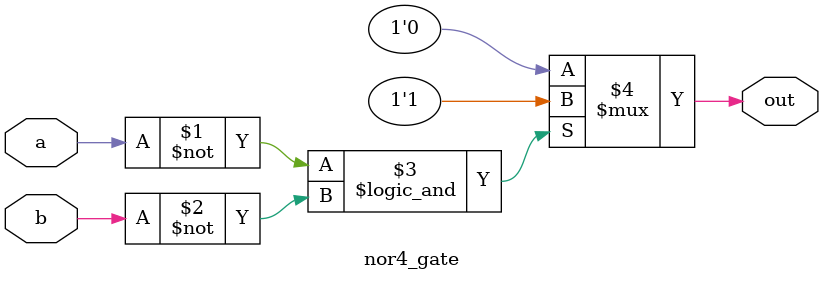
<source format=v>
module nor4_gate (
  input a,
  input b,
  output out
);

  assign out = (a == 1'b0 && b == 1'b0) ? 1'b1 : 1'b0; // NOR using conditional expression

endmodule

</source>
